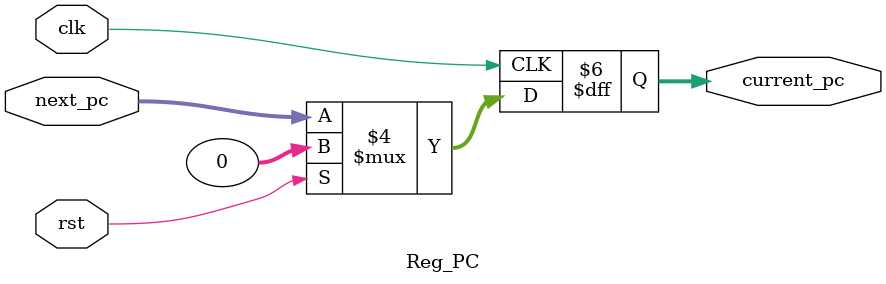
<source format=v>
module Reg_PC(
    input clk,
    input rst,
    input [31:0] next_pc,
    output reg [31:0] current_pc
);
    // main part
    always@ (posedge clk) begin
        if(rst == 1)
            current_pc <= 32'd0;
        else
            current_pc <= next_pc;
    end
endmodule
</source>
